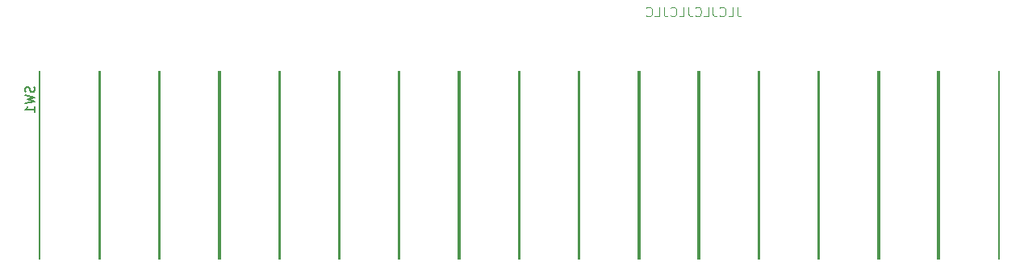
<source format=gbr>
%TF.GenerationSoftware,KiCad,Pcbnew,8.0.5*%
%TF.CreationDate,2024-12-18T14:45:34+08:00*%
%TF.ProjectId,hardware,68617264-7761-4726-952e-6b696361645f,rev?*%
%TF.SameCoordinates,Original*%
%TF.FileFunction,Legend,Bot*%
%TF.FilePolarity,Positive*%
%FSLAX46Y46*%
G04 Gerber Fmt 4.6, Leading zero omitted, Abs format (unit mm)*
G04 Created by KiCad (PCBNEW 8.0.5) date 2024-12-18 14:45:34*
%MOMM*%
%LPD*%
G01*
G04 APERTURE LIST*
%ADD10C,0.100000*%
%ADD11C,0.150000*%
%ADD12C,0.127000*%
G04 APERTURE END LIST*
D10*
X242510401Y-125472419D02*
X242510401Y-126186704D01*
X242510401Y-126186704D02*
X242558020Y-126329561D01*
X242558020Y-126329561D02*
X242653258Y-126424800D01*
X242653258Y-126424800D02*
X242796115Y-126472419D01*
X242796115Y-126472419D02*
X242891353Y-126472419D01*
X241558020Y-126472419D02*
X242034210Y-126472419D01*
X242034210Y-126472419D02*
X242034210Y-125472419D01*
X240653258Y-126377180D02*
X240700877Y-126424800D01*
X240700877Y-126424800D02*
X240843734Y-126472419D01*
X240843734Y-126472419D02*
X240938972Y-126472419D01*
X240938972Y-126472419D02*
X241081829Y-126424800D01*
X241081829Y-126424800D02*
X241177067Y-126329561D01*
X241177067Y-126329561D02*
X241224686Y-126234323D01*
X241224686Y-126234323D02*
X241272305Y-126043847D01*
X241272305Y-126043847D02*
X241272305Y-125900990D01*
X241272305Y-125900990D02*
X241224686Y-125710514D01*
X241224686Y-125710514D02*
X241177067Y-125615276D01*
X241177067Y-125615276D02*
X241081829Y-125520038D01*
X241081829Y-125520038D02*
X240938972Y-125472419D01*
X240938972Y-125472419D02*
X240843734Y-125472419D01*
X240843734Y-125472419D02*
X240700877Y-125520038D01*
X240700877Y-125520038D02*
X240653258Y-125567657D01*
X239938972Y-125472419D02*
X239938972Y-126186704D01*
X239938972Y-126186704D02*
X239986591Y-126329561D01*
X239986591Y-126329561D02*
X240081829Y-126424800D01*
X240081829Y-126424800D02*
X240224686Y-126472419D01*
X240224686Y-126472419D02*
X240319924Y-126472419D01*
X238986591Y-126472419D02*
X239462781Y-126472419D01*
X239462781Y-126472419D02*
X239462781Y-125472419D01*
X238081829Y-126377180D02*
X238129448Y-126424800D01*
X238129448Y-126424800D02*
X238272305Y-126472419D01*
X238272305Y-126472419D02*
X238367543Y-126472419D01*
X238367543Y-126472419D02*
X238510400Y-126424800D01*
X238510400Y-126424800D02*
X238605638Y-126329561D01*
X238605638Y-126329561D02*
X238653257Y-126234323D01*
X238653257Y-126234323D02*
X238700876Y-126043847D01*
X238700876Y-126043847D02*
X238700876Y-125900990D01*
X238700876Y-125900990D02*
X238653257Y-125710514D01*
X238653257Y-125710514D02*
X238605638Y-125615276D01*
X238605638Y-125615276D02*
X238510400Y-125520038D01*
X238510400Y-125520038D02*
X238367543Y-125472419D01*
X238367543Y-125472419D02*
X238272305Y-125472419D01*
X238272305Y-125472419D02*
X238129448Y-125520038D01*
X238129448Y-125520038D02*
X238081829Y-125567657D01*
X237367543Y-125472419D02*
X237367543Y-126186704D01*
X237367543Y-126186704D02*
X237415162Y-126329561D01*
X237415162Y-126329561D02*
X237510400Y-126424800D01*
X237510400Y-126424800D02*
X237653257Y-126472419D01*
X237653257Y-126472419D02*
X237748495Y-126472419D01*
X236415162Y-126472419D02*
X236891352Y-126472419D01*
X236891352Y-126472419D02*
X236891352Y-125472419D01*
X235510400Y-126377180D02*
X235558019Y-126424800D01*
X235558019Y-126424800D02*
X235700876Y-126472419D01*
X235700876Y-126472419D02*
X235796114Y-126472419D01*
X235796114Y-126472419D02*
X235938971Y-126424800D01*
X235938971Y-126424800D02*
X236034209Y-126329561D01*
X236034209Y-126329561D02*
X236081828Y-126234323D01*
X236081828Y-126234323D02*
X236129447Y-126043847D01*
X236129447Y-126043847D02*
X236129447Y-125900990D01*
X236129447Y-125900990D02*
X236081828Y-125710514D01*
X236081828Y-125710514D02*
X236034209Y-125615276D01*
X236034209Y-125615276D02*
X235938971Y-125520038D01*
X235938971Y-125520038D02*
X235796114Y-125472419D01*
X235796114Y-125472419D02*
X235700876Y-125472419D01*
X235700876Y-125472419D02*
X235558019Y-125520038D01*
X235558019Y-125520038D02*
X235510400Y-125567657D01*
X234796114Y-125472419D02*
X234796114Y-126186704D01*
X234796114Y-126186704D02*
X234843733Y-126329561D01*
X234843733Y-126329561D02*
X234938971Y-126424800D01*
X234938971Y-126424800D02*
X235081828Y-126472419D01*
X235081828Y-126472419D02*
X235177066Y-126472419D01*
X233843733Y-126472419D02*
X234319923Y-126472419D01*
X234319923Y-126472419D02*
X234319923Y-125472419D01*
X232938971Y-126377180D02*
X232986590Y-126424800D01*
X232986590Y-126424800D02*
X233129447Y-126472419D01*
X233129447Y-126472419D02*
X233224685Y-126472419D01*
X233224685Y-126472419D02*
X233367542Y-126424800D01*
X233367542Y-126424800D02*
X233462780Y-126329561D01*
X233462780Y-126329561D02*
X233510399Y-126234323D01*
X233510399Y-126234323D02*
X233558018Y-126043847D01*
X233558018Y-126043847D02*
X233558018Y-125900990D01*
X233558018Y-125900990D02*
X233510399Y-125710514D01*
X233510399Y-125710514D02*
X233462780Y-125615276D01*
X233462780Y-125615276D02*
X233367542Y-125520038D01*
X233367542Y-125520038D02*
X233224685Y-125472419D01*
X233224685Y-125472419D02*
X233129447Y-125472419D01*
X233129447Y-125472419D02*
X232986590Y-125520038D01*
X232986590Y-125520038D02*
X232938971Y-125567657D01*
D11*
X168728522Y-133841514D02*
X168776188Y-133984513D01*
X168776188Y-133984513D02*
X168776188Y-134222844D01*
X168776188Y-134222844D02*
X168728522Y-134318177D01*
X168728522Y-134318177D02*
X168680855Y-134365843D01*
X168680855Y-134365843D02*
X168585523Y-134413509D01*
X168585523Y-134413509D02*
X168490190Y-134413509D01*
X168490190Y-134413509D02*
X168394858Y-134365843D01*
X168394858Y-134365843D02*
X168347191Y-134318177D01*
X168347191Y-134318177D02*
X168299525Y-134222844D01*
X168299525Y-134222844D02*
X168251859Y-134032179D01*
X168251859Y-134032179D02*
X168204192Y-133936846D01*
X168204192Y-133936846D02*
X168156526Y-133889180D01*
X168156526Y-133889180D02*
X168061194Y-133841514D01*
X168061194Y-133841514D02*
X167965861Y-133841514D01*
X167965861Y-133841514D02*
X167870528Y-133889180D01*
X167870528Y-133889180D02*
X167822862Y-133936846D01*
X167822862Y-133936846D02*
X167775196Y-134032179D01*
X167775196Y-134032179D02*
X167775196Y-134270510D01*
X167775196Y-134270510D02*
X167822862Y-134413509D01*
X167775196Y-134747173D02*
X168776188Y-134985505D01*
X168776188Y-134985505D02*
X168061194Y-135176170D01*
X168061194Y-135176170D02*
X168776188Y-135366835D01*
X168776188Y-135366835D02*
X167775196Y-135605167D01*
X168776188Y-136510826D02*
X168776188Y-135938831D01*
X168776188Y-136224828D02*
X167775196Y-136224828D01*
X167775196Y-136224828D02*
X167918195Y-136129496D01*
X167918195Y-136129496D02*
X168013527Y-136034163D01*
X168013527Y-136034163D02*
X168061194Y-135938831D01*
D12*
%TO.C,SW6*%
X200693340Y-151950000D02*
X200693340Y-132150000D01*
X207093340Y-132150000D02*
X207093340Y-151950000D01*
%TO.C,SW11*%
X232126670Y-151950000D02*
X232126670Y-132150000D01*
X238526670Y-132150000D02*
X238526670Y-151950000D01*
%TO.C,SW12*%
X238413336Y-151950000D02*
X238413336Y-132150000D01*
X244813336Y-132150000D02*
X244813336Y-151950000D01*
%TO.C,SW14*%
X250986668Y-151950000D02*
X250986668Y-132150000D01*
X257386668Y-132150000D02*
X257386668Y-151950000D01*
%TO.C,SW7*%
X206980006Y-151950000D02*
X206980006Y-132150000D01*
X213380006Y-132150000D02*
X213380006Y-151950000D01*
%TO.C,SW4*%
X188120008Y-151950000D02*
X188120008Y-132150000D01*
X194520008Y-132150000D02*
X194520008Y-151950000D01*
%TO.C,SW15*%
X257273334Y-151950000D02*
X257273334Y-132150000D01*
X263673334Y-132150000D02*
X263673334Y-151950000D01*
%TO.C,SW10*%
X225840004Y-151950000D02*
X225840004Y-132150000D01*
X232240004Y-132150000D02*
X232240004Y-151950000D01*
%TO.C,SW8*%
X213266672Y-151950000D02*
X213266672Y-132150000D01*
X219666672Y-132150000D02*
X219666672Y-151950000D01*
%TO.C,SW9*%
X219553338Y-151950000D02*
X219553338Y-132150000D01*
X225953338Y-132150000D02*
X225953338Y-151950000D01*
%TO.C,SW16*%
X263560000Y-151950000D02*
X263560000Y-132150000D01*
X269960000Y-132150000D02*
X269960000Y-151950000D01*
%TO.C,SW2*%
X175546676Y-151950000D02*
X175546676Y-132150000D01*
X181946676Y-132150000D02*
X181946676Y-151950000D01*
%TO.C,SW5*%
X194406674Y-151950000D02*
X194406674Y-132150000D01*
X200806674Y-132150000D02*
X200806674Y-151950000D01*
%TO.C,SW13*%
X244700002Y-151950000D02*
X244700002Y-132150000D01*
X251100002Y-132150000D02*
X251100002Y-151950000D01*
%TO.C,SW1*%
X169260010Y-151950000D02*
X169260010Y-132150000D01*
X175660010Y-132150000D02*
X175660010Y-151950000D01*
%TO.C,SW3*%
X181833342Y-151950000D02*
X181833342Y-132150000D01*
X188233342Y-132150000D02*
X188233342Y-151950000D01*
%TD*%
M02*

</source>
